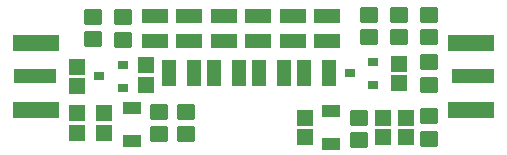
<source format=gtp>
G04 Layer_Color=7318015*
%FSLAX24Y24*%
%MOIN*%
G70*
G01*
G75*
%ADD10R,0.0571X0.0532*%
%ADD11R,0.0600X0.0394*%
%ADD12R,0.0874X0.0484*%
%ADD13R,0.0484X0.0874*%
%ADD14R,0.1575X0.0532*%
%ADD15R,0.1417X0.0500*%
%ADD16R,0.0354X0.0315*%
G04:AMPARAMS|DCode=17|XSize=59.1mil|YSize=51.2mil|CornerRadius=2.6mil|HoleSize=0mil|Usage=FLASHONLY|Rotation=0.000|XOffset=0mil|YOffset=0mil|HoleType=Round|Shape=RoundedRectangle|*
%AMROUNDEDRECTD17*
21,1,0.0591,0.0461,0,0,0.0*
21,1,0.0539,0.0512,0,0,0.0*
1,1,0.0051,0.0270,-0.0230*
1,1,0.0051,-0.0270,-0.0230*
1,1,0.0051,-0.0270,0.0230*
1,1,0.0051,0.0270,0.0230*
%
%ADD17ROUNDEDRECTD17*%
D10*
X18902Y7175D02*
D03*
X18902Y6525D02*
D03*
X8700Y7325D02*
D03*
X8700Y6675D02*
D03*
X8700Y8225D02*
D03*
X8700Y8875D02*
D03*
X11000Y8925D02*
D03*
X11000Y8275D02*
D03*
X19450Y8325D02*
D03*
X19450Y8975D02*
D03*
X9617Y6675D02*
D03*
X9617Y7325D02*
D03*
X19686Y6525D02*
D03*
X19686Y7175D02*
D03*
X16300Y6515D02*
D03*
X16300Y7165D02*
D03*
D11*
X17185Y7400D02*
D03*
X17185Y6300D02*
D03*
X10550Y7500D02*
D03*
X10550Y6400D02*
D03*
D12*
X17050Y9723D02*
D03*
X17050Y10577D02*
D03*
X15900Y9723D02*
D03*
X15900Y10577D02*
D03*
X14750Y9723D02*
D03*
X14750Y10577D02*
D03*
X13600Y9723D02*
D03*
X13600Y10577D02*
D03*
X12450Y9723D02*
D03*
X12450Y10577D02*
D03*
X11300Y9723D02*
D03*
X11300Y10577D02*
D03*
D13*
X17127Y8650D02*
D03*
X16273Y8650D02*
D03*
X15627Y8650D02*
D03*
X14773Y8650D02*
D03*
X14127Y8650D02*
D03*
X13273Y8650D02*
D03*
X12627Y8650D02*
D03*
X11773Y8650D02*
D03*
D14*
X7337Y9662D02*
D03*
X7337Y7438D02*
D03*
X21863Y7438D02*
D03*
X21863Y9662D02*
D03*
D15*
X7298Y8550D02*
D03*
X21902Y8550D02*
D03*
D16*
X9456Y8550D02*
D03*
X10244Y8924D02*
D03*
X10244Y8176D02*
D03*
X17806Y8650D02*
D03*
X18594Y9024D02*
D03*
X18594Y8276D02*
D03*
D17*
X9250Y10531D02*
D03*
X9250Y9783D02*
D03*
X10250Y10524D02*
D03*
X10250Y9776D02*
D03*
X11433Y7374D02*
D03*
X11433Y6626D02*
D03*
X18450Y10598D02*
D03*
X18450Y9850D02*
D03*
X19450Y10598D02*
D03*
X19450Y9850D02*
D03*
X18098Y7174D02*
D03*
X18098Y6426D02*
D03*
X20450Y10598D02*
D03*
X20450Y9850D02*
D03*
X20450Y9024D02*
D03*
X20450Y8276D02*
D03*
X20450Y6476D02*
D03*
X20450Y7224D02*
D03*
X12350Y7374D02*
D03*
X12350Y6626D02*
D03*
M02*

</source>
